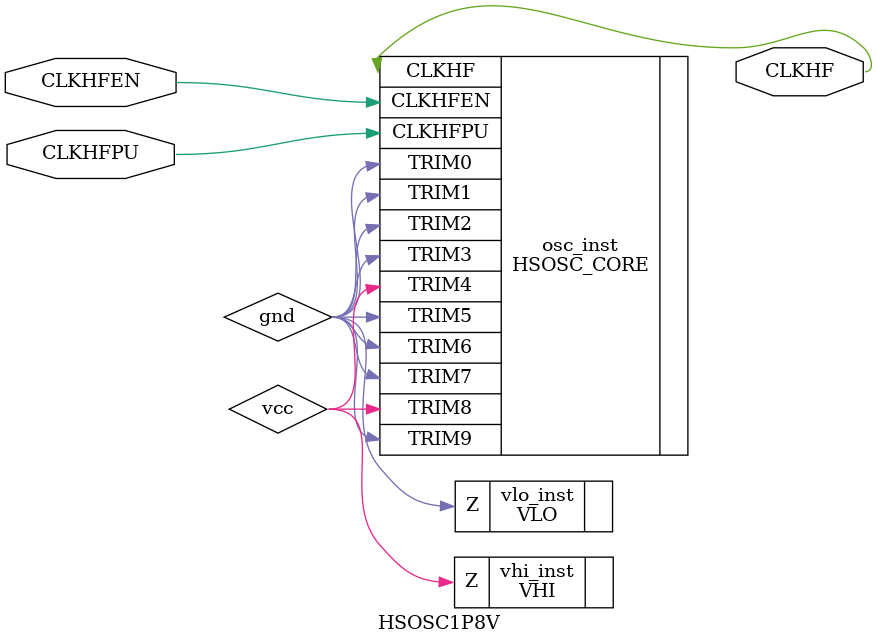
<source format=v>
`timescale 1ns/1ns
module HSOSC1P8V (CLKHFPU, CLKHFEN, CLKHF); // synthesis syn_black_box

    (* \desc = "Power up the oscillator. After power up, output will be stable after 100us. Active high" *)
	input CLKHFPU;
    (* \desc = "Enable the clock output. Enable should be low for the 100us power up period. Active high" *)
	input CLKHFEN;
    (* \desc = "Oscillator output" *)
	output CLKHF;

	wire gnd;
	wire vcc;

    (* \desc = "Clock divider selection. 0b00 = 48MHz, 0b01 = 24MHz, 0b10 = 12MHz, 0b11 = 6MHz", \otherValues = "{0b01, 0b10, 0b11}" *)
	parameter CLKHF_DIV = "0b00";

	VLO vlo_inst(.Z(gnd));
	VHI vhi_inst(.Z(vcc));

	HSOSC_CORE osc_inst(.CLKHFPU(CLKHFPU), .CLKHFEN(CLKHFEN), .CLKHF(CLKHF), .TRIM0(gnd), .TRIM1(gnd), .TRIM2(gnd), .TRIM3(gnd), .TRIM4(vcc), .TRIM5(gnd), .TRIM6(gnd), .TRIM7(gnd), .TRIM8(vcc), .TRIM9(gnd));
	defparam osc_inst.CLKHF_DIV = CLKHF_DIV;
	defparam osc_inst.FABRIC_TRIME = "ENABLE";

endmodule

</source>
